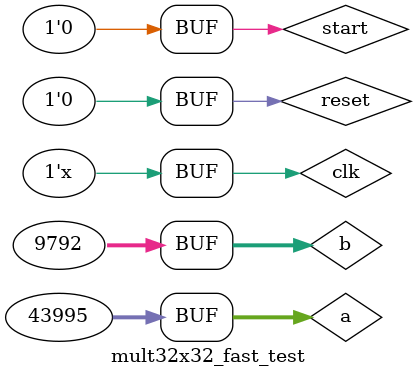
<source format=sv>
module mult32x32_fast_test;

    logic clk;            // Clock
    logic reset;          // Reset
    logic start;          // Start signal
    logic [31:0] a;       // Input a
    logic [31:0] b;       // Input b
    logic busy;           // Multiplier busy indication
    logic [63:0] product; // Miltiplication product

// Put your code here
mult32x32_fast mult32x32_fast_test (
		.clk(clk),
		.reset(reset),
		.start(start),
		.a(a),
		.b(b),
		.busy(busy),
		.product(product)
	); 
	
	initial begin
		clk = 1'b1;
		start = 1'b0;
		reset = 1'b1;
		#40
		reset = 1'b0;
		a = 32'd204450779;
		b = 32'd204809792;
		#10
		start = 1'b1;
		#10
		start = 1'b0;
		
		#100
		a = 32'b00000000000000001010101111011011;
		b = 32'b00000000000000000010011001000000;
		#10
		start = 1'b1;
		#10
		start = 1'b0;
	end
	always begin
		#5
		clk = ~clk;
	end

// End of your code

endmodule

</source>
